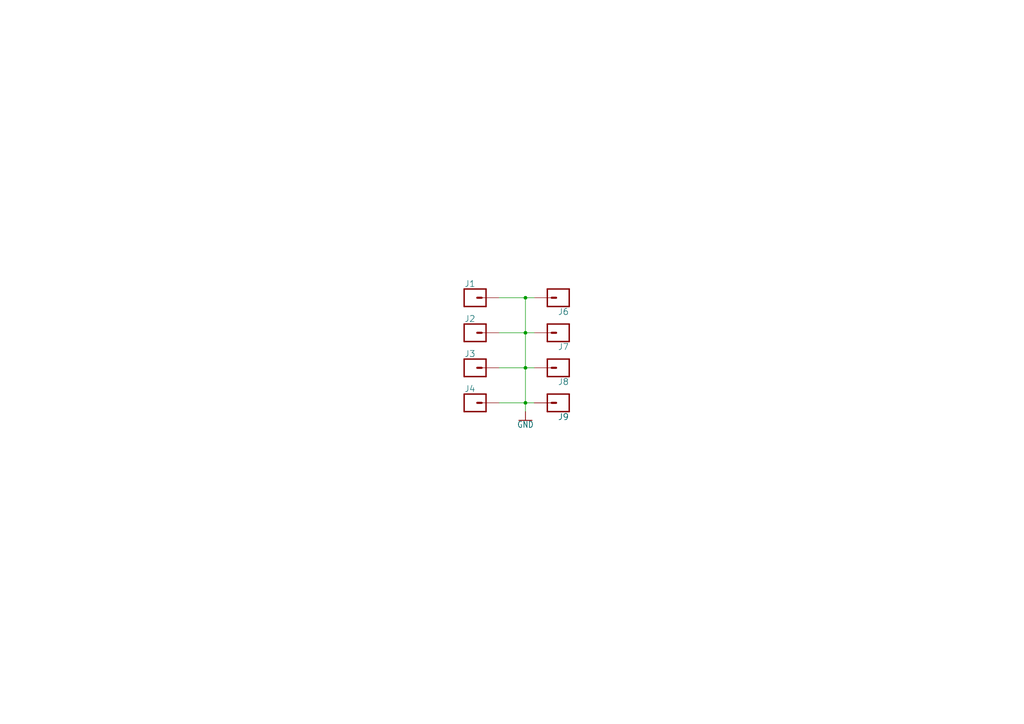
<source format=kicad_sch>
(kicad_sch (version 20230121) (generator eeschema)
  (paper "A4")
  (lib_symbols
    (symbol "working-eagle-import:CONN_01PTH_NO_SILK_KIT"
      (property "Reference" "J" (at -2.54 3.048 0))
      (symbol "CONN_01PTH_NO_SILK_KIT_1_0"
        (polyline (pts (xy -2.54 2.54) (xy -2.54 -2.54)) (stroke (width 0.4064)))
        (polyline (pts (xy -2.54 2.54) (xy 3.81 2.54)) (stroke (width 0.4064)))
        (polyline (pts (xy 1.27 0) (xy 2.54 0)) (stroke (width 0.6096)))
        (polyline (pts (xy 3.81 -2.54) (xy -2.54 -2.54)) (stroke (width 0.4064)))
        (polyline (pts (xy 3.81 -2.54) (xy 3.81 2.54)) (stroke (width 0.4064)))
        (pin passive line (at 7.62 0 180) (length 5.08) (name "1") (number "1"))
      )
    )
    (symbol "working-eagle-import:CONN_01SPRING-CONN"
      (property "Reference" "J" (at -2.54 3.048 0))
      (symbol "CONN_01SPRING-CONN_1_0"
        (polyline (pts (xy -2.54 2.54) (xy -2.54 -2.54)) (stroke (width 0.4064)))
        (polyline (pts (xy -2.54 2.54) (xy 3.81 2.54)) (stroke (width 0.4064)))
        (polyline (pts (xy 1.27 0) (xy 2.54 0)) (stroke (width 0.6096)))
        (polyline (pts (xy 3.81 -2.54) (xy -2.54 -2.54)) (stroke (width 0.4064)))
        (polyline (pts (xy 3.81 -2.54) (xy 3.81 2.54)) (stroke (width 0.4064)))
        (pin passive line (at 7.62 0 180) (length 5.08) (name "1") (number "P$2"))
      )
    )
    (symbol "working-eagle-import:GND" (power)
      (property "Value" "GND" (at 0 -0.254 0))
      (symbol "GND_1_0"
        (polyline (pts (xy -1.905 0) (xy 1.905 0)) (stroke (width 0.254)))
        (pin power_in line (at 0 2.54 270) (length 2.54) (name "GND") (number "1"))
      )
    )
  )
  (junction (at 152.4 106.68))
  (junction (at 152.4 116.84))
  (junction (at 152.4 86.36))
  (junction (at 152.4 96.52))
  (wire (pts (xy 144.78 96.52) (xy 152.4 96.52)) (stroke (width 0.1524)))
  (wire (pts (xy 154.94 96.52) (xy 152.4 96.52)) (stroke (width 0.1524)))
  (wire (pts (xy 154.94 86.36) (xy 152.4 86.36)) (stroke (width 0.1524)))
  (wire (pts (xy 154.94 116.84) (xy 152.4 116.84)) (stroke (width 0.1524)))
  (wire (pts (xy 152.4 96.52) (xy 152.4 106.68)) (stroke (width 0.1524)))
  (wire (pts (xy 152.4 86.36) (xy 152.4 96.52)) (stroke (width 0.1524)))
  (wire (pts (xy 152.4 116.84) (xy 152.4 119.38)) (stroke (width 0.1524)))
  (wire (pts (xy 144.78 106.68) (xy 152.4 106.68)) (stroke (width 0.1524)))
  (wire (pts (xy 144.78 86.36) (xy 152.4 86.36)) (stroke (width 0.1524)))
  (wire (pts (xy 152.4 106.68) (xy 152.4 116.84)) (stroke (width 0.1524)))
  (wire (pts (xy 144.78 116.84) (xy 152.4 116.84)) (stroke (width 0.1524)))
  (wire (pts (xy 154.94 106.68) (xy 152.4 106.68)) (stroke (width 0.1524)))
  (symbol (lib_id "working-eagle-import:CONN_01SPRING-CONN") (at 137.16 86.36 0) (unit 1)
    (property "Reference" "J1" (at 134.62 83.312 0) (effects (font (size 1.778 1.778)) (justify left bottom)))
    (property "Value" "CONN_01SPRING-CONN" (effects hide))
    (property "Footprint" "working:SPRING-CONNECTOR" (effects hide))
  )
  (symbol (lib_id "working-eagle-import:CONN_01PTH_NO_SILK_KIT") (at 162.56 96.52 180) (unit 1)
    (property "Reference" "J7" (at 165.1 99.568 0) (effects (font (size 1.778 1.778)) (justify left bottom)))
    (property "Value" "CONN_01PTH_NO_SILK_KIT" (effects hide))
    (property "Footprint" "working:1X01NS_KIT" (effects hide))
  )
  (symbol (lib_id "working-eagle-import:CONN_01PTH_NO_SILK_KIT") (at 162.56 86.36 180) (unit 1)
    (property "Reference" "J6" (at 165.1 89.408 0) (effects (font (size 1.778 1.778)) (justify left bottom)))
    (property "Value" "CONN_01PTH_NO_SILK_KIT" (effects hide))
    (property "Footprint" "working:1X01NS_KIT" (effects hide))
  )
  (symbol (lib_id "working-eagle-import:CONN_01SPRING-CONN") (at 137.16 96.52 0) (unit 1)
    (property "Reference" "J2" (at 134.62 93.472 0) (effects (font (size 1.778 1.778)) (justify left bottom)))
    (property "Value" "CONN_01SPRING-CONN" (effects hide))
    (property "Footprint" "working:SPRING-CONNECTOR" (effects hide))
  )
  (symbol (lib_id "working-eagle-import:CONN_01PTH_NO_SILK_KIT") (at 162.56 106.68 180) (unit 1)
    (property "Reference" "J8" (at 165.1 109.728 0) (effects (font (size 1.778 1.778)) (justify left bottom)))
    (property "Value" "CONN_01PTH_NO_SILK_KIT" (effects hide))
    (property "Footprint" "working:1X01NS_KIT" (effects hide))
  )
  (symbol (lib_id "working-eagle-import:CONN_01SPRING-CONN") (at 137.16 116.84 0) (unit 1)
    (property "Reference" "J4" (at 134.62 113.792 0) (effects (font (size 1.778 1.778)) (justify left bottom)))
    (property "Value" "CONN_01SPRING-CONN" (effects hide))
    (property "Footprint" "working:SPRING-CONNECTOR" (effects hide))
  )
  (symbol (lib_id "working-eagle-import:CONN_01PTH_NO_SILK_KIT") (at 162.56 116.84 180) (unit 1)
    (property "Reference" "J9" (at 165.1 119.888 0) (effects (font (size 1.778 1.778)) (justify left bottom)))
    (property "Value" "CONN_01PTH_NO_SILK_KIT" (effects hide))
    (property "Footprint" "working:1X01NS_KIT" (effects hide))
  )
  (symbol (lib_id "working-eagle-import:CONN_01SPRING-CONN") (at 137.16 106.68 0) (unit 1)
    (property "Reference" "J3" (at 134.62 103.632 0) (effects (font (size 1.778 1.778)) (justify left bottom)))
    (property "Value" "CONN_01SPRING-CONN" (effects hide))
    (property "Footprint" "working:SPRING-CONNECTOR" (effects hide))
  )
  (symbol (lib_id "working-eagle-import:GND") (at 152.4 121.92 0) (unit 1)
    (property "Reference" "#GND135" (effects hide))
    (property "Value" "GND" (at 152.4 122.174 0) (effects (font (size 1.778 1.5113)) (justify top)))
  )
)
</source>
